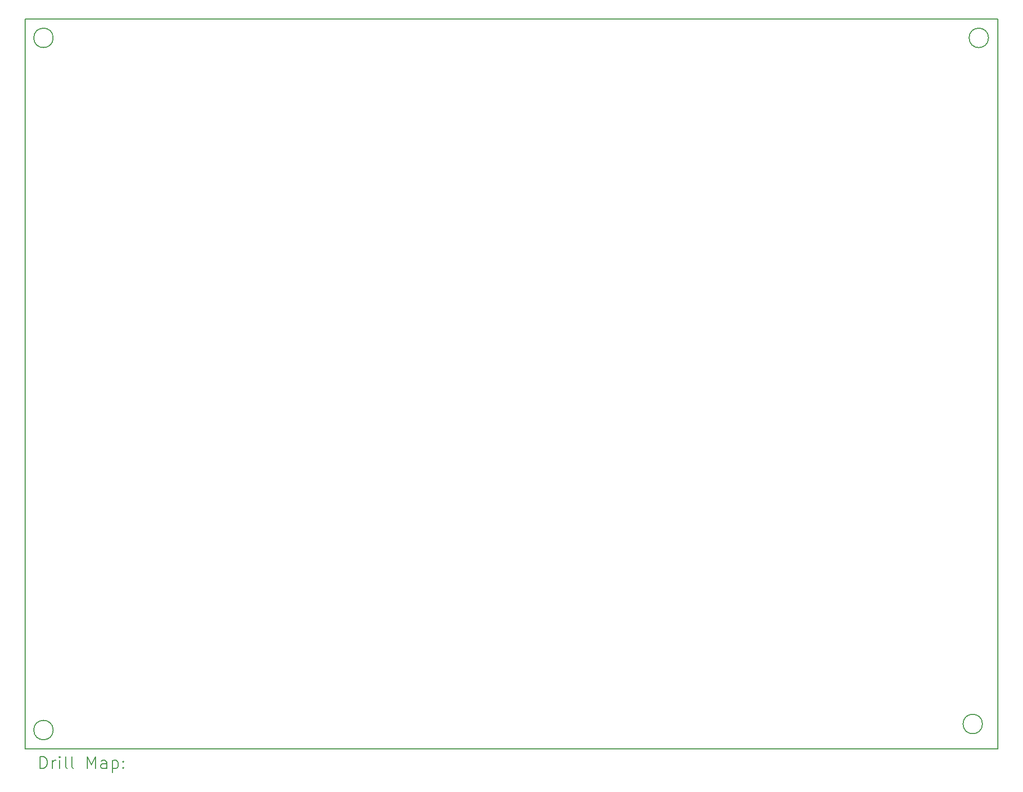
<source format=gbr>
%TF.GenerationSoftware,KiCad,Pcbnew,8.0.6*%
%TF.CreationDate,2024-12-01T17:46:25+03:00*%
%TF.ProjectId,6502_v1,36353032-5f76-4312-9e6b-696361645f70,rev?*%
%TF.SameCoordinates,Original*%
%TF.FileFunction,Drillmap*%
%TF.FilePolarity,Positive*%
%FSLAX45Y45*%
G04 Gerber Fmt 4.5, Leading zero omitted, Abs format (unit mm)*
G04 Created by KiCad (PCBNEW 8.0.6) date 2024-12-01 17:46:25*
%MOMM*%
%LPD*%
G01*
G04 APERTURE LIST*
%ADD10C,0.200000*%
G04 APERTURE END LIST*
D10*
X7405020Y-3737800D02*
G75*
G02*
X7085020Y-3737800I-160000J0D01*
G01*
X7085020Y-3737800D02*
G75*
G02*
X7405020Y-3737800I160000J0D01*
G01*
X22825020Y-3737800D02*
G75*
G02*
X22505020Y-3737800I-160000J0D01*
G01*
X22505020Y-3737800D02*
G75*
G02*
X22825020Y-3737800I160000J0D01*
G01*
X7405020Y-15147800D02*
G75*
G02*
X7085020Y-15147800I-160000J0D01*
G01*
X7085020Y-15147800D02*
G75*
G02*
X7405020Y-15147800I160000J0D01*
G01*
X22725020Y-15047800D02*
G75*
G02*
X22405020Y-15047800I-160000J0D01*
G01*
X22405020Y-15047800D02*
G75*
G02*
X22725020Y-15047800I160000J0D01*
G01*
X6940000Y-3430000D02*
X22980000Y-3430000D01*
X22980000Y-15460000D01*
X6940000Y-15460000D01*
X6940000Y-3430000D01*
X7190777Y-15781484D02*
X7190777Y-15581484D01*
X7190777Y-15581484D02*
X7238396Y-15581484D01*
X7238396Y-15581484D02*
X7266967Y-15591008D01*
X7266967Y-15591008D02*
X7286015Y-15610055D01*
X7286015Y-15610055D02*
X7295539Y-15629103D01*
X7295539Y-15629103D02*
X7305062Y-15667198D01*
X7305062Y-15667198D02*
X7305062Y-15695769D01*
X7305062Y-15695769D02*
X7295539Y-15733865D01*
X7295539Y-15733865D02*
X7286015Y-15752912D01*
X7286015Y-15752912D02*
X7266967Y-15771960D01*
X7266967Y-15771960D02*
X7238396Y-15781484D01*
X7238396Y-15781484D02*
X7190777Y-15781484D01*
X7390777Y-15781484D02*
X7390777Y-15648150D01*
X7390777Y-15686246D02*
X7400301Y-15667198D01*
X7400301Y-15667198D02*
X7409824Y-15657674D01*
X7409824Y-15657674D02*
X7428872Y-15648150D01*
X7428872Y-15648150D02*
X7447920Y-15648150D01*
X7514586Y-15781484D02*
X7514586Y-15648150D01*
X7514586Y-15581484D02*
X7505062Y-15591008D01*
X7505062Y-15591008D02*
X7514586Y-15600531D01*
X7514586Y-15600531D02*
X7524110Y-15591008D01*
X7524110Y-15591008D02*
X7514586Y-15581484D01*
X7514586Y-15581484D02*
X7514586Y-15600531D01*
X7638396Y-15781484D02*
X7619348Y-15771960D01*
X7619348Y-15771960D02*
X7609824Y-15752912D01*
X7609824Y-15752912D02*
X7609824Y-15581484D01*
X7743158Y-15781484D02*
X7724110Y-15771960D01*
X7724110Y-15771960D02*
X7714586Y-15752912D01*
X7714586Y-15752912D02*
X7714586Y-15581484D01*
X7971729Y-15781484D02*
X7971729Y-15581484D01*
X7971729Y-15581484D02*
X8038396Y-15724341D01*
X8038396Y-15724341D02*
X8105062Y-15581484D01*
X8105062Y-15581484D02*
X8105062Y-15781484D01*
X8286015Y-15781484D02*
X8286015Y-15676722D01*
X8286015Y-15676722D02*
X8276491Y-15657674D01*
X8276491Y-15657674D02*
X8257443Y-15648150D01*
X8257443Y-15648150D02*
X8219348Y-15648150D01*
X8219348Y-15648150D02*
X8200301Y-15657674D01*
X8286015Y-15771960D02*
X8266967Y-15781484D01*
X8266967Y-15781484D02*
X8219348Y-15781484D01*
X8219348Y-15781484D02*
X8200301Y-15771960D01*
X8200301Y-15771960D02*
X8190777Y-15752912D01*
X8190777Y-15752912D02*
X8190777Y-15733865D01*
X8190777Y-15733865D02*
X8200301Y-15714817D01*
X8200301Y-15714817D02*
X8219348Y-15705293D01*
X8219348Y-15705293D02*
X8266967Y-15705293D01*
X8266967Y-15705293D02*
X8286015Y-15695769D01*
X8381253Y-15648150D02*
X8381253Y-15848150D01*
X8381253Y-15657674D02*
X8400301Y-15648150D01*
X8400301Y-15648150D02*
X8438396Y-15648150D01*
X8438396Y-15648150D02*
X8457444Y-15657674D01*
X8457444Y-15657674D02*
X8466967Y-15667198D01*
X8466967Y-15667198D02*
X8476491Y-15686246D01*
X8476491Y-15686246D02*
X8476491Y-15743388D01*
X8476491Y-15743388D02*
X8466967Y-15762436D01*
X8466967Y-15762436D02*
X8457444Y-15771960D01*
X8457444Y-15771960D02*
X8438396Y-15781484D01*
X8438396Y-15781484D02*
X8400301Y-15781484D01*
X8400301Y-15781484D02*
X8381253Y-15771960D01*
X8562205Y-15762436D02*
X8571729Y-15771960D01*
X8571729Y-15771960D02*
X8562205Y-15781484D01*
X8562205Y-15781484D02*
X8552682Y-15771960D01*
X8552682Y-15771960D02*
X8562205Y-15762436D01*
X8562205Y-15762436D02*
X8562205Y-15781484D01*
X8562205Y-15657674D02*
X8571729Y-15667198D01*
X8571729Y-15667198D02*
X8562205Y-15676722D01*
X8562205Y-15676722D02*
X8552682Y-15667198D01*
X8552682Y-15667198D02*
X8562205Y-15657674D01*
X8562205Y-15657674D02*
X8562205Y-15676722D01*
M02*

</source>
